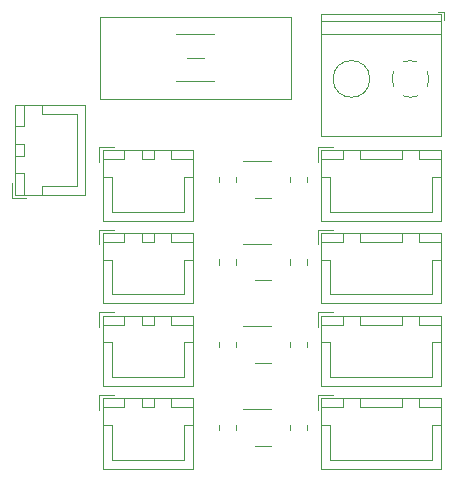
<source format=gbr>
%TF.GenerationSoftware,KiCad,Pcbnew,7.0.10*%
%TF.CreationDate,2024-02-05T17:12:21+01:00*%
%TF.ProjectId,led-driver-board-4gang,6c65642d-6472-4697-9665-722d626f6172,rev?*%
%TF.SameCoordinates,Original*%
%TF.FileFunction,Legend,Top*%
%TF.FilePolarity,Positive*%
%FSLAX46Y46*%
G04 Gerber Fmt 4.6, Leading zero omitted, Abs format (unit mm)*
G04 Created by KiCad (PCBNEW 7.0.10) date 2024-02-05 17:12:21*
%MOMM*%
%LPD*%
G01*
G04 APERTURE LIST*
%ADD10C,0.120000*%
G04 APERTURE END LIST*
D10*
%TO.C,J10*%
X22275000Y-33700000D02*
X22275000Y-34450000D01*
X22275000Y-34450000D02*
X25225000Y-34450000D01*
X25225000Y-34450000D02*
X25225000Y-37500000D01*
X22275000Y-40550000D02*
X25225000Y-40550000D01*
X20025000Y-37000000D02*
X20025000Y-38000000D01*
X20025000Y-38000000D02*
X20775000Y-38000000D01*
X20775000Y-38000000D02*
X20775000Y-37000000D01*
X20775000Y-35500000D02*
X20775000Y-33700000D01*
X20025000Y-33700000D02*
X20025000Y-35500000D01*
X19725000Y-41600000D02*
X20975000Y-41600000D01*
X20015000Y-41310000D02*
X25985000Y-41310000D01*
X20025000Y-41300000D02*
X20775000Y-41300000D01*
X25985000Y-41310000D02*
X25985000Y-33690000D01*
X20775000Y-37000000D02*
X20025000Y-37000000D01*
X22275000Y-41300000D02*
X22275000Y-40550000D01*
X20775000Y-41300000D02*
X20775000Y-39500000D01*
X19725000Y-40350000D02*
X19725000Y-41600000D01*
X20775000Y-33700000D02*
X20025000Y-33700000D01*
X20025000Y-39500000D02*
X20025000Y-41300000D01*
X20015000Y-33690000D02*
X20015000Y-41310000D01*
X25225000Y-40550000D02*
X25225000Y-37500000D01*
X20025000Y-35500000D02*
X20775000Y-35500000D01*
X25985000Y-33690000D02*
X20015000Y-33690000D01*
X20775000Y-39500000D02*
X20025000Y-39500000D01*
%TO.C,R8*%
X43265000Y-61227064D02*
X43265000Y-60772936D01*
X44735000Y-61227064D02*
X44735000Y-60772936D01*
%TO.C,R7*%
X38735000Y-60772936D02*
X38735000Y-61227064D01*
X37265000Y-60772936D02*
X37265000Y-61227064D01*
%TO.C,R6*%
X43265000Y-54227064D02*
X43265000Y-53772936D01*
X44735000Y-54227064D02*
X44735000Y-53772936D01*
%TO.C,R5*%
X38735000Y-53772936D02*
X38735000Y-54227064D01*
X37265000Y-53772936D02*
X37265000Y-54227064D01*
%TO.C,R4*%
X43265000Y-47227064D02*
X43265000Y-46772936D01*
X44735000Y-47227064D02*
X44735000Y-46772936D01*
%TO.C,R3*%
X38735000Y-46772936D02*
X38735000Y-47227064D01*
X37265000Y-46772936D02*
X37265000Y-47227064D01*
%TO.C,R2*%
X43265000Y-40227064D02*
X43265000Y-39772936D01*
X44735000Y-40227064D02*
X44735000Y-39772936D01*
%TO.C,R1*%
X37265000Y-39772936D02*
X37265000Y-40227064D01*
X38735000Y-39772936D02*
X38735000Y-40227064D01*
%TO.C,Q4*%
X41000000Y-59440000D02*
X41650000Y-59440000D01*
X41000000Y-62560000D02*
X41650000Y-62560000D01*
X41000000Y-59440000D02*
X39325000Y-59440000D01*
X41000000Y-62560000D02*
X40350000Y-62560000D01*
%TO.C,Q3*%
X41000000Y-52440000D02*
X41650000Y-52440000D01*
X41000000Y-55560000D02*
X41650000Y-55560000D01*
X41000000Y-52440000D02*
X39325000Y-52440000D01*
X41000000Y-55560000D02*
X40350000Y-55560000D01*
%TO.C,Q2*%
X41000000Y-45440000D02*
X41650000Y-45440000D01*
X41000000Y-48560000D02*
X41650000Y-48560000D01*
X41000000Y-45440000D02*
X39325000Y-45440000D01*
X41000000Y-48560000D02*
X40350000Y-48560000D01*
%TO.C,Q1*%
X41000000Y-38440000D02*
X41650000Y-38440000D01*
X41000000Y-41560000D02*
X41650000Y-41560000D01*
X41000000Y-38440000D02*
X39325000Y-38440000D01*
X41000000Y-41560000D02*
X40350000Y-41560000D01*
%TO.C,J9*%
X56060000Y-26040000D02*
X45940000Y-26040000D01*
X56300000Y-25800000D02*
X55800000Y-25800000D01*
X56060000Y-26600000D02*
X45940000Y-26600000D01*
X56060000Y-36360000D02*
X45940000Y-36360000D01*
X56060000Y-27700000D02*
X45940000Y-27700000D01*
X56300000Y-26540000D02*
X56300000Y-25800000D01*
X56060000Y-36360000D02*
X56060000Y-26040000D01*
X45940000Y-36360000D02*
X45940000Y-26040000D01*
X52068000Y-30892000D02*
G75*
G03*
X52067891Y-32107742I1432003J-607999D01*
G01*
X54108000Y-30068001D02*
G75*
G03*
X53472989Y-29944508I-607998J-1431987D01*
G01*
X52892000Y-32932000D02*
G75*
G03*
X54107742Y-32932109I608000J1432000D01*
G01*
X53500000Y-29945001D02*
G75*
G03*
X52892413Y-30068616I0J-1554999D01*
G01*
X54932000Y-32108000D02*
G75*
G03*
X54932109Y-30892258I-1432000J608000D01*
G01*
X50055000Y-31500000D02*
G75*
G03*
X46945000Y-31500000I-1555000J0D01*
G01*
X46945000Y-31500000D02*
G75*
G03*
X50055000Y-31500000I1555000J0D01*
G01*
%TO.C,J8*%
X35050000Y-60800000D02*
X34300000Y-60800000D01*
X34300000Y-60800000D02*
X34300000Y-63750000D01*
X34300000Y-63750000D02*
X31250000Y-63750000D01*
X28200000Y-60800000D02*
X28200000Y-63750000D01*
X31750000Y-58550000D02*
X30750000Y-58550000D01*
X30750000Y-58550000D02*
X30750000Y-59300000D01*
X30750000Y-59300000D02*
X31750000Y-59300000D01*
X33250000Y-59300000D02*
X35050000Y-59300000D01*
X35050000Y-58550000D02*
X33250000Y-58550000D01*
X27150000Y-58250000D02*
X27150000Y-59500000D01*
X27440000Y-58540000D02*
X27440000Y-64510000D01*
X27450000Y-58550000D02*
X27450000Y-59300000D01*
X27440000Y-64510000D02*
X35060000Y-64510000D01*
X31750000Y-59300000D02*
X31750000Y-58550000D01*
X27450000Y-60800000D02*
X28200000Y-60800000D01*
X27450000Y-59300000D02*
X29250000Y-59300000D01*
X28400000Y-58250000D02*
X27150000Y-58250000D01*
X35050000Y-59300000D02*
X35050000Y-58550000D01*
X29250000Y-58550000D02*
X27450000Y-58550000D01*
X35060000Y-58540000D02*
X27440000Y-58540000D01*
X28200000Y-63750000D02*
X31250000Y-63750000D01*
X33250000Y-58550000D02*
X33250000Y-59300000D01*
X35060000Y-64510000D02*
X35060000Y-58540000D01*
X29250000Y-59300000D02*
X29250000Y-58550000D01*
%TO.C,J7*%
X35050000Y-53800000D02*
X34300000Y-53800000D01*
X34300000Y-53800000D02*
X34300000Y-56750000D01*
X34300000Y-56750000D02*
X31250000Y-56750000D01*
X28200000Y-53800000D02*
X28200000Y-56750000D01*
X31750000Y-51550000D02*
X30750000Y-51550000D01*
X30750000Y-51550000D02*
X30750000Y-52300000D01*
X30750000Y-52300000D02*
X31750000Y-52300000D01*
X33250000Y-52300000D02*
X35050000Y-52300000D01*
X35050000Y-51550000D02*
X33250000Y-51550000D01*
X27150000Y-51250000D02*
X27150000Y-52500000D01*
X27440000Y-51540000D02*
X27440000Y-57510000D01*
X27450000Y-51550000D02*
X27450000Y-52300000D01*
X27440000Y-57510000D02*
X35060000Y-57510000D01*
X31750000Y-52300000D02*
X31750000Y-51550000D01*
X27450000Y-53800000D02*
X28200000Y-53800000D01*
X27450000Y-52300000D02*
X29250000Y-52300000D01*
X28400000Y-51250000D02*
X27150000Y-51250000D01*
X35050000Y-52300000D02*
X35050000Y-51550000D01*
X29250000Y-51550000D02*
X27450000Y-51550000D01*
X35060000Y-51540000D02*
X27440000Y-51540000D01*
X28200000Y-56750000D02*
X31250000Y-56750000D01*
X33250000Y-51550000D02*
X33250000Y-52300000D01*
X35060000Y-57510000D02*
X35060000Y-51540000D01*
X29250000Y-52300000D02*
X29250000Y-51550000D01*
%TO.C,J6*%
X35050000Y-46800000D02*
X34300000Y-46800000D01*
X34300000Y-46800000D02*
X34300000Y-49750000D01*
X34300000Y-49750000D02*
X31250000Y-49750000D01*
X28200000Y-46800000D02*
X28200000Y-49750000D01*
X31750000Y-44550000D02*
X30750000Y-44550000D01*
X30750000Y-44550000D02*
X30750000Y-45300000D01*
X30750000Y-45300000D02*
X31750000Y-45300000D01*
X33250000Y-45300000D02*
X35050000Y-45300000D01*
X35050000Y-44550000D02*
X33250000Y-44550000D01*
X27150000Y-44250000D02*
X27150000Y-45500000D01*
X27440000Y-44540000D02*
X27440000Y-50510000D01*
X27450000Y-44550000D02*
X27450000Y-45300000D01*
X27440000Y-50510000D02*
X35060000Y-50510000D01*
X31750000Y-45300000D02*
X31750000Y-44550000D01*
X27450000Y-46800000D02*
X28200000Y-46800000D01*
X27450000Y-45300000D02*
X29250000Y-45300000D01*
X28400000Y-44250000D02*
X27150000Y-44250000D01*
X35050000Y-45300000D02*
X35050000Y-44550000D01*
X29250000Y-44550000D02*
X27450000Y-44550000D01*
X35060000Y-44540000D02*
X27440000Y-44540000D01*
X28200000Y-49750000D02*
X31250000Y-49750000D01*
X33250000Y-44550000D02*
X33250000Y-45300000D01*
X35060000Y-50510000D02*
X35060000Y-44540000D01*
X29250000Y-45300000D02*
X29250000Y-44550000D01*
%TO.C,J5*%
X35050000Y-39800000D02*
X34300000Y-39800000D01*
X34300000Y-39800000D02*
X34300000Y-42750000D01*
X34300000Y-42750000D02*
X31250000Y-42750000D01*
X28200000Y-39800000D02*
X28200000Y-42750000D01*
X31750000Y-37550000D02*
X30750000Y-37550000D01*
X30750000Y-37550000D02*
X30750000Y-38300000D01*
X30750000Y-38300000D02*
X31750000Y-38300000D01*
X33250000Y-38300000D02*
X35050000Y-38300000D01*
X35050000Y-37550000D02*
X33250000Y-37550000D01*
X27150000Y-37250000D02*
X27150000Y-38500000D01*
X27440000Y-37540000D02*
X27440000Y-43510000D01*
X27450000Y-37550000D02*
X27450000Y-38300000D01*
X27440000Y-43510000D02*
X35060000Y-43510000D01*
X31750000Y-38300000D02*
X31750000Y-37550000D01*
X27450000Y-39800000D02*
X28200000Y-39800000D01*
X27450000Y-38300000D02*
X29250000Y-38300000D01*
X28400000Y-37250000D02*
X27150000Y-37250000D01*
X35050000Y-38300000D02*
X35050000Y-37550000D01*
X29250000Y-37550000D02*
X27450000Y-37550000D01*
X35060000Y-37540000D02*
X27440000Y-37540000D01*
X28200000Y-42750000D02*
X31250000Y-42750000D01*
X33250000Y-37550000D02*
X33250000Y-38300000D01*
X35060000Y-43510000D02*
X35060000Y-37540000D01*
X29250000Y-38300000D02*
X29250000Y-37550000D01*
%TO.C,J4*%
X55300000Y-63750000D02*
X51000000Y-63750000D01*
X56050000Y-58550000D02*
X54250000Y-58550000D01*
X47750000Y-58550000D02*
X45950000Y-58550000D01*
X54250000Y-58550000D02*
X54250000Y-59300000D01*
X56050000Y-60800000D02*
X55300000Y-60800000D01*
X55300000Y-60800000D02*
X55300000Y-63750000D01*
X52750000Y-58550000D02*
X49250000Y-58550000D01*
X56050000Y-59300000D02*
X56050000Y-58550000D01*
X46900000Y-58250000D02*
X45650000Y-58250000D01*
X56060000Y-58540000D02*
X45940000Y-58540000D01*
X45950000Y-58550000D02*
X45950000Y-59300000D01*
X46700000Y-63750000D02*
X51000000Y-63750000D01*
X52750000Y-59300000D02*
X52750000Y-58550000D01*
X45940000Y-58540000D02*
X45940000Y-64510000D01*
X45950000Y-60800000D02*
X46700000Y-60800000D01*
X46700000Y-60800000D02*
X46700000Y-63750000D01*
X54250000Y-59300000D02*
X56050000Y-59300000D01*
X47750000Y-59300000D02*
X47750000Y-58550000D01*
X49250000Y-58550000D02*
X49250000Y-59300000D01*
X56060000Y-64510000D02*
X56060000Y-58540000D01*
X45950000Y-59300000D02*
X47750000Y-59300000D01*
X49250000Y-59300000D02*
X52750000Y-59300000D01*
X45940000Y-64510000D02*
X56060000Y-64510000D01*
X45650000Y-58250000D02*
X45650000Y-59500000D01*
%TO.C,J3*%
X55300000Y-56750000D02*
X51000000Y-56750000D01*
X56050000Y-51550000D02*
X54250000Y-51550000D01*
X47750000Y-51550000D02*
X45950000Y-51550000D01*
X54250000Y-51550000D02*
X54250000Y-52300000D01*
X56050000Y-53800000D02*
X55300000Y-53800000D01*
X55300000Y-53800000D02*
X55300000Y-56750000D01*
X52750000Y-51550000D02*
X49250000Y-51550000D01*
X56050000Y-52300000D02*
X56050000Y-51550000D01*
X46900000Y-51250000D02*
X45650000Y-51250000D01*
X56060000Y-51540000D02*
X45940000Y-51540000D01*
X45950000Y-51550000D02*
X45950000Y-52300000D01*
X46700000Y-56750000D02*
X51000000Y-56750000D01*
X52750000Y-52300000D02*
X52750000Y-51550000D01*
X45940000Y-51540000D02*
X45940000Y-57510000D01*
X45950000Y-53800000D02*
X46700000Y-53800000D01*
X46700000Y-53800000D02*
X46700000Y-56750000D01*
X54250000Y-52300000D02*
X56050000Y-52300000D01*
X47750000Y-52300000D02*
X47750000Y-51550000D01*
X49250000Y-51550000D02*
X49250000Y-52300000D01*
X56060000Y-57510000D02*
X56060000Y-51540000D01*
X45950000Y-52300000D02*
X47750000Y-52300000D01*
X49250000Y-52300000D02*
X52750000Y-52300000D01*
X45940000Y-57510000D02*
X56060000Y-57510000D01*
X45650000Y-51250000D02*
X45650000Y-52500000D01*
%TO.C,J2*%
X55300000Y-49750000D02*
X51000000Y-49750000D01*
X56050000Y-44550000D02*
X54250000Y-44550000D01*
X47750000Y-44550000D02*
X45950000Y-44550000D01*
X54250000Y-44550000D02*
X54250000Y-45300000D01*
X56050000Y-46800000D02*
X55300000Y-46800000D01*
X55300000Y-46800000D02*
X55300000Y-49750000D01*
X52750000Y-44550000D02*
X49250000Y-44550000D01*
X56050000Y-45300000D02*
X56050000Y-44550000D01*
X46900000Y-44250000D02*
X45650000Y-44250000D01*
X56060000Y-44540000D02*
X45940000Y-44540000D01*
X45950000Y-44550000D02*
X45950000Y-45300000D01*
X46700000Y-49750000D02*
X51000000Y-49750000D01*
X52750000Y-45300000D02*
X52750000Y-44550000D01*
X45940000Y-44540000D02*
X45940000Y-50510000D01*
X45950000Y-46800000D02*
X46700000Y-46800000D01*
X46700000Y-46800000D02*
X46700000Y-49750000D01*
X54250000Y-45300000D02*
X56050000Y-45300000D01*
X47750000Y-45300000D02*
X47750000Y-44550000D01*
X49250000Y-44550000D02*
X49250000Y-45300000D01*
X56060000Y-50510000D02*
X56060000Y-44540000D01*
X45950000Y-45300000D02*
X47750000Y-45300000D01*
X49250000Y-45300000D02*
X52750000Y-45300000D01*
X45940000Y-50510000D02*
X56060000Y-50510000D01*
X45650000Y-44250000D02*
X45650000Y-45500000D01*
%TO.C,J1*%
X55300000Y-42750000D02*
X51000000Y-42750000D01*
X56050000Y-37550000D02*
X54250000Y-37550000D01*
X47750000Y-37550000D02*
X45950000Y-37550000D01*
X54250000Y-37550000D02*
X54250000Y-38300000D01*
X56050000Y-39800000D02*
X55300000Y-39800000D01*
X55300000Y-39800000D02*
X55300000Y-42750000D01*
X52750000Y-37550000D02*
X49250000Y-37550000D01*
X56050000Y-38300000D02*
X56050000Y-37550000D01*
X46900000Y-37250000D02*
X45650000Y-37250000D01*
X56060000Y-37540000D02*
X45940000Y-37540000D01*
X45950000Y-37550000D02*
X45950000Y-38300000D01*
X46700000Y-42750000D02*
X51000000Y-42750000D01*
X52750000Y-38300000D02*
X52750000Y-37550000D01*
X45940000Y-37540000D02*
X45940000Y-43510000D01*
X45950000Y-39800000D02*
X46700000Y-39800000D01*
X46700000Y-39800000D02*
X46700000Y-42750000D01*
X54250000Y-38300000D02*
X56050000Y-38300000D01*
X47750000Y-38300000D02*
X47750000Y-37550000D01*
X49250000Y-37550000D02*
X49250000Y-38300000D01*
X56060000Y-43510000D02*
X56060000Y-37540000D01*
X45950000Y-38300000D02*
X47750000Y-38300000D01*
X49250000Y-38300000D02*
X52750000Y-38300000D01*
X45940000Y-43510000D02*
X56060000Y-43510000D01*
X45650000Y-37250000D02*
X45650000Y-38500000D01*
%TO.C,F1*%
X27190000Y-33170000D02*
X43390000Y-33170000D01*
X34540000Y-29700000D02*
X36040000Y-29700000D01*
X43390000Y-26230000D02*
X27190000Y-26230000D01*
X27190000Y-26230000D02*
X27190000Y-33170000D01*
X36890000Y-31700000D02*
X33690000Y-31700000D01*
X33690000Y-27700000D02*
X36890000Y-27700000D01*
X43390000Y-33170000D02*
X43390000Y-26230000D01*
%TD*%
M02*

</source>
